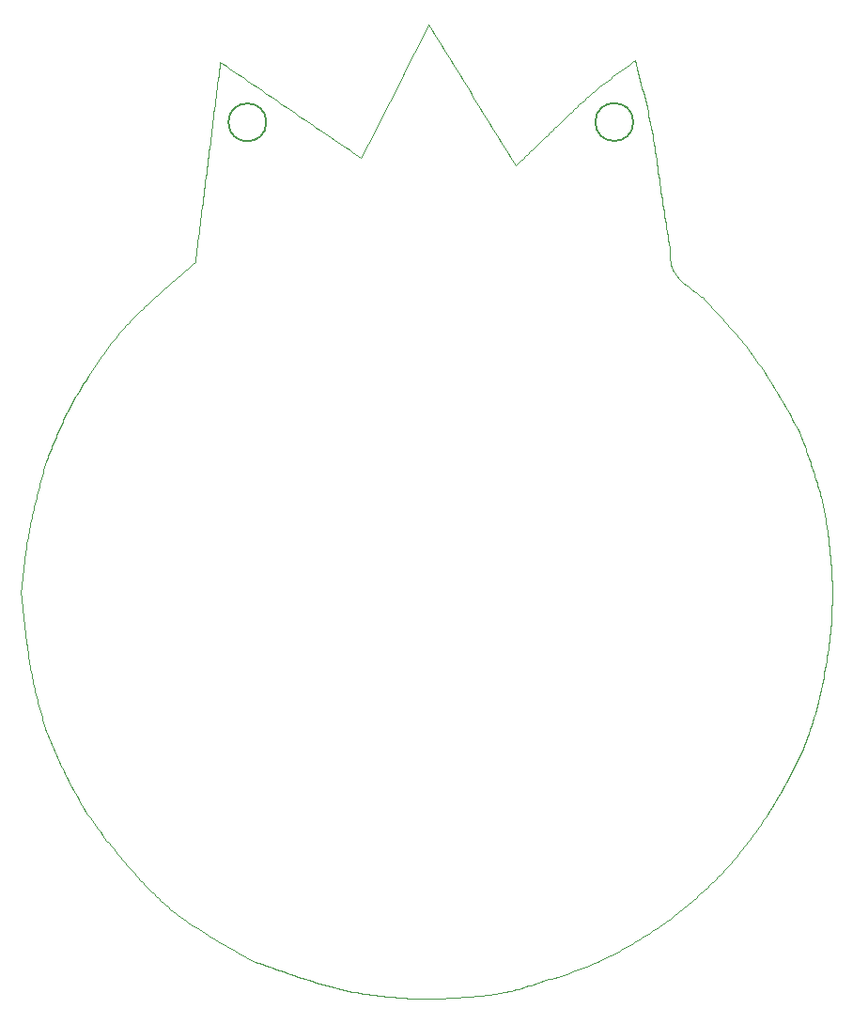
<source format=gm1>
%TF.GenerationSoftware,KiCad,Pcbnew,4.0.7*%
%TF.CreationDate,2018-04-25T10:22:37+02:00*%
%TF.ProjectId,001,3030312E6B696361645F706362000000,rev?*%
%TF.FileFunction,Profile,NP*%
%FSLAX46Y46*%
G04 Gerber Fmt 4.6, Leading zero omitted, Abs format (unit mm)*
G04 Created by KiCad (PCBNEW 4.0.7) date 04/25/18 10:22:37*
%MOMM*%
%LPD*%
G01*
G04 APERTURE LIST*
%ADD10C,0.100000*%
%ADD11C,0.152400*%
G04 APERTURE END LIST*
D10*
D11*
X121569699Y-62153800D02*
G75*
G03X121569699Y-62153800I-1707099J0D01*
G01*
X154640499Y-62128400D02*
G75*
G03X154640499Y-62128400I-1707099J0D01*
G01*
D10*
X116401525Y-64786061D02*
X116449326Y-64402071D01*
X116640493Y-62866106D02*
X116688291Y-62482115D01*
X151135043Y-59348714D02*
X151369706Y-59153944D01*
X150902180Y-59545621D02*
X151135043Y-59348714D01*
X150671133Y-59744685D02*
X150902180Y-59545621D01*
X119839200Y-58378180D02*
X120109576Y-58562164D01*
X116018521Y-67857907D02*
X116066484Y-67473937D01*
X118487321Y-57458262D02*
X118757696Y-57642246D01*
X116353716Y-65170050D02*
X116401525Y-64786061D01*
X139864613Y-59286899D02*
X140030998Y-59557275D01*
X139698228Y-59016523D02*
X139864613Y-59286899D01*
X139531843Y-58746147D02*
X139698228Y-59016523D01*
X156493380Y-64051284D02*
X156550257Y-64412461D01*
X156434642Y-63690481D02*
X156493380Y-64051284D01*
X156373800Y-63330102D02*
X156434642Y-63690481D01*
X171007122Y-94065141D02*
X171073243Y-94272915D01*
X170940248Y-93857618D02*
X171007122Y-94065141D01*
X170872747Y-93650330D02*
X170940248Y-93857618D01*
X170804739Y-93443256D02*
X170872747Y-93650330D01*
X170736289Y-93236383D02*
X170804739Y-93443256D01*
X170667425Y-93029696D02*
X170736289Y-93236383D01*
X116975206Y-60178189D02*
X117023042Y-59794203D01*
X148339337Y-138979225D02*
X148081475Y-139064148D01*
X148596750Y-138893119D02*
X148339337Y-138979225D01*
X148853647Y-138805660D02*
X148596750Y-138893119D01*
X149109964Y-138716679D02*
X148853647Y-138805660D01*
X149365638Y-138626008D02*
X149109964Y-138716679D01*
X149620604Y-138533477D02*
X149365638Y-138626008D01*
X149874797Y-138438918D02*
X149620604Y-138533477D01*
X150128153Y-138342160D02*
X149874797Y-138438918D01*
X150380607Y-138243036D02*
X150128153Y-138342160D01*
X150632096Y-138141377D02*
X150380607Y-138243036D01*
X150882576Y-138037097D02*
X150632096Y-138141377D01*
X151132033Y-137930237D02*
X150882576Y-138037097D01*
X151380459Y-137820849D02*
X151132033Y-137930237D01*
X131927722Y-61785877D02*
X132057311Y-61529899D01*
X131798134Y-62041854D02*
X131927722Y-61785877D01*
X156310611Y-62970195D02*
X156373800Y-63330102D01*
X156244830Y-62610811D02*
X156310611Y-62970195D01*
X156176216Y-62251999D02*
X156244830Y-62610811D01*
X135037844Y-55642424D02*
X135167432Y-55386447D01*
X134908255Y-55898401D02*
X135037844Y-55642424D01*
X170598178Y-92823183D02*
X170667425Y-93029696D01*
X170528577Y-92616830D02*
X170598178Y-92823183D01*
X170458651Y-92410623D02*
X170528577Y-92616830D01*
X170388430Y-92204550D02*
X170458651Y-92410623D01*
X170317943Y-91998597D02*
X170388430Y-92204550D01*
X170247221Y-91792750D02*
X170317943Y-91998597D01*
X157981121Y-74684342D02*
X158003353Y-74801709D01*
X157962456Y-74565548D02*
X157981121Y-74684342D01*
X157947002Y-74445470D02*
X157962456Y-74565548D01*
X157934401Y-74324251D02*
X157947002Y-74445470D01*
X171714798Y-96580338D02*
X171762044Y-96792576D01*
X171665285Y-96368574D02*
X171714798Y-96580338D01*
X171613632Y-96157265D02*
X171665285Y-96368574D01*
X171559964Y-95946392D02*
X171613632Y-96157265D01*
X171504408Y-95735938D02*
X171559964Y-95946392D01*
X171447090Y-95525883D02*
X171504408Y-95735938D01*
X150441780Y-59945758D02*
X150671133Y-59744685D01*
X150213988Y-60148679D02*
X150441780Y-59945758D01*
X149987624Y-60353290D02*
X150213988Y-60148679D01*
X158287759Y-75571656D02*
X158348970Y-75673180D01*
X158231490Y-75468000D02*
X158287759Y-75571656D01*
X158180514Y-75362146D02*
X158231490Y-75468000D01*
X158135093Y-75254054D02*
X158180514Y-75362146D01*
X156916738Y-66946992D02*
X156967491Y-67309372D01*
X156866071Y-66584589D02*
X156916738Y-66946992D01*
X156815248Y-66222213D02*
X156866071Y-66584589D01*
X156764024Y-65859912D02*
X156815248Y-66222213D01*
X126868973Y-63161754D02*
X127139349Y-63345737D01*
X126598597Y-62977770D02*
X126868973Y-63161754D01*
X99926823Y-108821789D02*
X99893509Y-108561485D01*
X99960895Y-109082026D02*
X99926823Y-108821789D01*
X99995810Y-109342171D02*
X99960895Y-109082026D01*
X100031656Y-109602198D02*
X99995810Y-109342171D01*
X100068520Y-109862081D02*
X100031656Y-109602198D01*
X100106490Y-110121792D02*
X100068520Y-109862081D01*
X100145653Y-110381305D02*
X100106490Y-110121792D01*
X100186097Y-110640594D02*
X100145653Y-110381305D01*
X100227910Y-110899633D02*
X100186097Y-110640594D01*
X100271179Y-111158393D02*
X100227910Y-110899633D01*
X100315992Y-111416850D02*
X100271179Y-111158393D01*
X100362437Y-111674977D02*
X100315992Y-111416850D01*
X100410601Y-111932746D02*
X100362437Y-111674977D01*
X100460571Y-112190132D02*
X100410601Y-111932746D01*
X100512436Y-112447108D02*
X100460571Y-112190132D01*
X100566283Y-112703648D02*
X100512436Y-112447108D01*
X100622188Y-112959727D02*
X100566283Y-112703648D01*
X100680099Y-113215355D02*
X100622188Y-112959727D01*
X100739885Y-113470562D02*
X100680099Y-113215355D01*
X100801410Y-113725378D02*
X100739885Y-113470562D01*
X100864541Y-113979833D02*
X100801410Y-113725378D01*
X100929145Y-114233957D02*
X100864541Y-113979833D01*
X100995086Y-114487780D02*
X100929145Y-114233957D01*
X101062233Y-114741332D02*
X100995086Y-114487780D01*
X101130450Y-114994643D02*
X101062233Y-114741332D01*
X101199605Y-115247744D02*
X101130450Y-114994643D01*
X101269562Y-115500664D02*
X101199605Y-115247744D01*
X101340189Y-115753434D02*
X101269562Y-115500664D01*
X101411350Y-116006083D02*
X101340189Y-115753434D01*
X101482914Y-116258642D02*
X101411350Y-116006083D01*
X101554745Y-116511141D02*
X101482914Y-116258642D01*
X101626710Y-116763610D02*
X101554745Y-116511141D01*
X101750834Y-117059992D02*
X101626710Y-116763610D01*
X101875124Y-117356298D02*
X101750834Y-117059992D01*
X101999745Y-117652453D02*
X101875124Y-117356298D01*
X102124863Y-117948382D02*
X101999745Y-117652453D01*
X102250644Y-118244009D02*
X102124863Y-117948382D01*
X102377254Y-118539260D02*
X102250644Y-118244009D01*
X102504857Y-118834057D02*
X102377254Y-118539260D01*
X102633621Y-119128327D02*
X102504857Y-118834057D01*
X102763711Y-119421993D02*
X102633621Y-119128327D01*
X102895291Y-119714981D02*
X102763711Y-119421993D01*
X103028529Y-120007214D02*
X102895291Y-119714981D01*
X103163589Y-120298618D02*
X103028529Y-120007214D01*
X103300638Y-120589117D02*
X103163589Y-120298618D01*
X103439841Y-120878635D02*
X103300638Y-120589117D01*
X103581364Y-121167097D02*
X103439841Y-120878635D01*
X103725372Y-121454428D02*
X103581364Y-121167097D01*
X103871975Y-121740556D02*
X103725372Y-121454428D01*
X104021201Y-122025415D02*
X103871975Y-121740556D01*
X104173070Y-122308940D02*
X104021201Y-122025415D01*
X104327602Y-122591065D02*
X104173070Y-122308940D01*
X104484819Y-122871725D02*
X104327602Y-122591065D01*
X104644738Y-123150854D02*
X104484819Y-122871725D01*
X104807382Y-123428387D02*
X104644738Y-123150854D01*
X104972770Y-123704259D02*
X104807382Y-123428387D01*
X105140922Y-123978404D02*
X104972770Y-123704259D01*
X105311858Y-124250756D02*
X105140922Y-123978404D01*
X105485599Y-124521251D02*
X105311858Y-124250756D01*
X105662165Y-124789822D02*
X105485599Y-124521251D01*
X105841575Y-125056405D02*
X105662165Y-124789822D01*
X106023851Y-125320933D02*
X105841575Y-125056405D01*
X106209012Y-125583342D02*
X106023851Y-125320933D01*
X106397070Y-125843575D02*
X106209012Y-125583342D01*
X138866302Y-57664644D02*
X139032688Y-57935019D01*
X138699917Y-57394268D02*
X138866302Y-57664644D01*
X138533532Y-57123892D02*
X138699917Y-57394268D01*
X119979546Y-137549296D02*
X119729025Y-137405960D01*
X120230096Y-137692564D02*
X119979546Y-137549296D01*
X120550180Y-137807482D02*
X120230096Y-137692564D01*
X120870307Y-137922294D02*
X120550180Y-137807482D01*
X121190517Y-138036894D02*
X120870307Y-137922294D01*
X121510853Y-138151176D02*
X121190517Y-138036894D01*
X121831358Y-138265034D02*
X121510853Y-138151176D01*
X122152072Y-138378362D02*
X121831358Y-138265034D01*
X122473038Y-138491054D02*
X122152072Y-138378362D01*
X122794298Y-138603004D02*
X122473038Y-138491054D01*
X123115894Y-138714106D02*
X122794298Y-138603004D01*
X123437868Y-138824254D02*
X123115894Y-138714106D01*
X123760262Y-138933341D02*
X123437868Y-138824254D01*
X124083118Y-139041263D02*
X123760262Y-138933341D01*
X124406478Y-139147912D02*
X124083118Y-139041263D01*
X124730384Y-139253183D02*
X124406478Y-139147912D01*
X125054877Y-139356970D02*
X124730384Y-139253183D01*
X125380000Y-139459167D02*
X125054877Y-139356970D01*
X125705779Y-139559639D02*
X125380000Y-139459167D01*
X126032217Y-139658206D02*
X125705779Y-139559639D01*
X126359312Y-139754686D02*
X126032217Y-139658206D01*
X126687065Y-139848896D02*
X126359312Y-139754686D01*
X127015476Y-139940653D02*
X126687065Y-139848896D01*
X127344544Y-140029775D02*
X127015476Y-139940653D01*
X127674270Y-140116077D02*
X127344544Y-140029775D01*
X128004654Y-140199377D02*
X127674270Y-140116077D01*
X128335695Y-140279493D02*
X128004654Y-140199377D01*
X128667394Y-140356241D02*
X128335695Y-140279493D01*
X128999749Y-140429438D02*
X128667394Y-140356241D01*
X129332762Y-140498901D02*
X128999749Y-140429438D01*
X129666432Y-140564448D02*
X129332762Y-140498901D01*
X130000759Y-140625895D02*
X129666432Y-140564448D01*
X130335743Y-140683060D02*
X130000759Y-140625895D01*
X130671382Y-140735782D02*
X130335743Y-140683060D01*
X131007649Y-140784171D02*
X130671382Y-140735782D01*
X131344504Y-140828513D02*
X131007649Y-140784171D01*
X131681903Y-140869097D02*
X131344504Y-140828513D01*
X132019806Y-140906212D02*
X131681903Y-140869097D01*
X132358170Y-140940148D02*
X132019806Y-140906212D01*
X132696954Y-140971192D02*
X132358170Y-140940148D01*
X133036115Y-140999636D02*
X132696954Y-140971192D01*
X133375611Y-141025766D02*
X133036115Y-140999636D01*
X133715401Y-141049873D02*
X133375611Y-141025766D01*
X134055443Y-141072246D02*
X133715401Y-141049873D01*
X134395694Y-141093173D02*
X134055443Y-141072246D01*
X134736113Y-141112944D02*
X134395694Y-141093173D01*
X135076658Y-141131848D02*
X134736113Y-141112944D01*
X135417286Y-141150173D02*
X135076658Y-141131848D01*
X135757957Y-141168210D02*
X135417286Y-141150173D01*
X135990330Y-141158846D02*
X135757957Y-141168210D01*
X136222706Y-141149433D02*
X135990330Y-141158846D01*
X136455087Y-141139922D02*
X136222706Y-141149433D01*
X136687475Y-141130263D02*
X136455087Y-141139922D01*
X136919875Y-141120408D02*
X136687475Y-141130263D01*
X137152287Y-141110306D02*
X136919875Y-141120408D01*
X137384715Y-141099910D02*
X137152287Y-141110306D01*
X137617161Y-141089169D02*
X137384715Y-141099910D01*
X137849629Y-141078034D02*
X137617161Y-141089169D01*
X138082119Y-141066457D02*
X137849629Y-141078034D01*
X138314636Y-141054388D02*
X138082119Y-141066457D01*
X131409369Y-62809785D02*
X131538957Y-62553808D01*
X131279780Y-63065762D02*
X131409369Y-62809785D01*
X117166568Y-58642248D02*
X117214415Y-58258264D01*
X129572732Y-65001590D02*
X129843108Y-65185573D01*
X129302356Y-64817606D02*
X129572732Y-65001590D01*
X167369568Y-86075077D02*
X167538254Y-86354463D01*
X167198639Y-85796989D02*
X167369568Y-86075077D01*
X167025378Y-85520265D02*
X167198639Y-85796989D01*
X166849787Y-85244943D02*
X167025378Y-85520265D01*
X166671874Y-84971057D02*
X166849787Y-85244943D01*
X117118723Y-59026233D02*
X117166568Y-58642248D01*
X163517676Y-80811376D02*
X163730891Y-81058329D01*
X163302771Y-80565879D02*
X163517676Y-80811376D01*
X163086317Y-80321717D02*
X163302771Y-80565879D01*
X162868453Y-80078769D02*
X163086317Y-80321717D01*
X162649322Y-79836914D02*
X162868453Y-80078769D01*
X171388136Y-95316210D02*
X171447090Y-95525883D01*
X171327673Y-95106899D02*
X171388136Y-95316210D01*
X171265826Y-94897933D02*
X171327673Y-95106899D01*
X171202721Y-94689292D02*
X171265826Y-94897933D01*
X171138484Y-94480959D02*
X171202721Y-94689292D01*
X171073243Y-94272915D02*
X171138484Y-94480959D01*
X120920704Y-59114115D02*
X121191080Y-59298098D01*
X118216945Y-57274279D02*
X118487321Y-57458262D01*
X159622659Y-76984942D02*
X159717207Y-77061384D01*
X159528426Y-76907463D02*
X159622659Y-76984942D01*
X159434532Y-76828868D02*
X159528426Y-76907463D01*
X159341002Y-76749076D02*
X159434532Y-76828868D01*
X134519490Y-56666333D02*
X134649079Y-56410356D01*
X134389902Y-56922310D02*
X134519490Y-56666333D01*
X115246800Y-74000883D02*
X115295184Y-73616966D01*
X164818517Y-127223469D02*
X164650525Y-127442846D01*
X164984847Y-127002806D02*
X164818517Y-127223469D01*
X165149654Y-126780963D02*
X164984847Y-127002806D01*
X165313077Y-126558049D02*
X165149654Y-126780963D01*
X165475254Y-126334169D02*
X165313077Y-126558049D01*
X165636323Y-126109432D02*
X165475254Y-126334169D01*
X165796423Y-125883945D02*
X165636323Y-126109432D01*
X165955692Y-125657814D02*
X165796423Y-125883945D01*
X172405462Y-101403633D02*
X172421018Y-101570571D01*
X172389429Y-101236726D02*
X172405462Y-101403633D01*
X172372987Y-101069846D02*
X172389429Y-101236726D01*
X172356204Y-100902987D02*
X172372987Y-101069846D01*
X172339148Y-100736147D02*
X172356204Y-100902987D01*
X172321887Y-100569319D02*
X172339148Y-100736147D01*
X135556198Y-54618515D02*
X135685786Y-54362538D01*
X135426609Y-54874493D02*
X135556198Y-54618515D01*
X116258055Y-65938023D02*
X116305893Y-65554037D01*
X155346442Y-58692906D02*
X155438279Y-59047025D01*
X155253382Y-58339035D02*
X155346442Y-58692906D01*
X155159305Y-57985369D02*
X155253382Y-58339035D01*
X117946569Y-57090295D02*
X118216945Y-57274279D01*
X170176291Y-91586997D02*
X170247221Y-91792750D01*
X170105185Y-91381324D02*
X170176291Y-91586997D01*
X170033931Y-91175718D02*
X170105185Y-91381324D01*
X169962560Y-90970165D02*
X170033931Y-91175718D01*
X169891099Y-90764652D02*
X169962560Y-90970165D01*
X169819580Y-90559166D02*
X169891099Y-90764652D01*
X166114269Y-125431148D02*
X165955692Y-125657814D01*
X166272292Y-125204052D02*
X166114269Y-125431148D01*
X166429900Y-124976635D02*
X166272292Y-125204052D01*
X166587231Y-124749004D02*
X166429900Y-124976635D01*
X166744423Y-124521265D02*
X166587231Y-124749004D01*
X166938036Y-124201148D02*
X166744423Y-124521265D01*
X167131334Y-123880875D02*
X166938036Y-124201148D01*
X167324002Y-123560290D02*
X167131334Y-123880875D01*
X158886282Y-76329659D02*
X158974372Y-76416491D01*
X158800322Y-76241221D02*
X158886282Y-76329659D01*
X158716844Y-76151111D02*
X158800322Y-76241221D01*
X158636197Y-76059263D02*
X158716844Y-76151111D01*
X151627843Y-137708986D02*
X151380459Y-137820849D01*
X151874175Y-137594700D02*
X151627843Y-137708986D01*
X152119446Y-137478043D02*
X151874175Y-137594700D01*
X152363646Y-137359067D02*
X152119446Y-137478043D01*
X152606764Y-137237825D02*
X152363646Y-137359067D01*
X152848792Y-137114369D02*
X152606764Y-137237825D01*
X153089720Y-136988751D02*
X152848792Y-137114369D01*
X153329536Y-136861024D02*
X153089720Y-136988751D01*
X153568233Y-136731240D02*
X153329536Y-136861024D01*
X153805799Y-136599451D02*
X153568233Y-136731240D01*
X154042225Y-136465709D02*
X153805799Y-136599451D01*
X154277502Y-136330066D02*
X154042225Y-136465709D01*
X154511623Y-136192580D02*
X154277502Y-136330066D01*
X162429064Y-79596030D02*
X162649322Y-79836914D01*
X162207820Y-79355995D02*
X162429064Y-79596030D01*
X161985731Y-79116689D02*
X162207820Y-79355995D01*
X161762937Y-78877990D02*
X161985731Y-79116689D01*
X161539580Y-78639776D02*
X161762937Y-78877990D01*
X167515725Y-123239239D02*
X167324002Y-123560290D01*
X167706188Y-122917565D02*
X167515725Y-123239239D01*
X167895076Y-122595113D02*
X167706188Y-122917565D01*
X168082073Y-122271727D02*
X167895076Y-122595113D01*
X168266865Y-121947252D02*
X168082073Y-122271727D01*
X168449137Y-121621532D02*
X168266865Y-121947252D01*
X168628573Y-121294410D02*
X168449137Y-121621532D01*
X155872005Y-60822763D02*
X155952232Y-61179229D01*
X155789334Y-60466792D02*
X155872005Y-60822763D01*
X155704422Y-60111274D02*
X155789334Y-60466792D01*
X101781483Y-92568402D02*
X101849650Y-92397425D01*
X101713355Y-92739393D02*
X101781483Y-92568402D01*
X101643634Y-92988328D02*
X101713355Y-92739393D01*
X101573988Y-93237283D02*
X101643634Y-92988328D01*
X101504494Y-93486279D02*
X101573988Y-93237283D01*
X101435225Y-93735336D02*
X101504494Y-93486279D01*
X101366259Y-93984473D02*
X101435225Y-93735336D01*
X101297670Y-94233712D02*
X101366259Y-93984473D01*
X101229533Y-94483071D02*
X101297670Y-94233712D01*
X101161925Y-94732573D02*
X101229533Y-94483071D01*
X101094920Y-94982236D02*
X101161925Y-94732573D01*
X101028595Y-95232081D02*
X101094920Y-94982236D01*
X100963024Y-95482128D02*
X101028595Y-95232081D01*
X100898283Y-95732398D02*
X100963024Y-95482128D01*
X100834448Y-95982911D02*
X100898283Y-95732398D01*
X100771593Y-96233686D02*
X100834448Y-95982911D01*
X100709795Y-96484745D02*
X100771593Y-96233686D01*
X100649129Y-96736106D02*
X100709795Y-96484745D01*
X100589655Y-96987781D02*
X100649129Y-96736106D01*
X100531412Y-97239766D02*
X100589655Y-96987781D01*
X100474439Y-97492054D02*
X100531412Y-97239766D01*
X100418774Y-97744642D02*
X100474439Y-97492054D01*
X100364454Y-97997524D02*
X100418774Y-97744642D01*
X100311517Y-98250694D02*
X100364454Y-97997524D01*
X100260001Y-98504149D02*
X100311517Y-98250694D01*
X100209944Y-98757882D02*
X100260001Y-98504149D01*
X100161384Y-99011889D02*
X100209944Y-98757882D01*
X100114358Y-99266164D02*
X100161384Y-99011889D01*
X100068905Y-99520702D02*
X100114358Y-99266164D01*
X100025062Y-99775498D02*
X100068905Y-99520702D01*
X99982867Y-100030548D02*
X100025062Y-99775498D01*
X99942359Y-100285845D02*
X99982867Y-100030548D01*
X99903574Y-100541385D02*
X99942359Y-100285845D01*
X99866542Y-100797162D02*
X99903574Y-100541385D01*
X99831206Y-101053165D02*
X99866542Y-100797162D01*
X99797452Y-101309379D02*
X99831206Y-101053165D01*
X99765169Y-101565788D02*
X99797452Y-101309379D01*
X99734242Y-101822378D02*
X99765169Y-101565788D01*
X99704559Y-102079133D02*
X99734242Y-101822378D01*
X99676006Y-102336039D02*
X99704559Y-102079133D01*
X99648471Y-102593080D02*
X99676006Y-102336039D01*
X99621840Y-102850242D02*
X99648471Y-102593080D01*
X99596001Y-103107509D02*
X99621840Y-102850242D01*
X99570841Y-103364866D02*
X99596001Y-103107509D01*
X99546245Y-103622298D02*
X99570841Y-103364866D01*
X99522102Y-103879791D02*
X99546245Y-103622298D01*
X99498298Y-104137329D02*
X99522102Y-103879791D01*
X99474720Y-104394897D02*
X99498298Y-104137329D01*
X99451255Y-104652480D02*
X99474720Y-104394897D01*
X99479009Y-104913214D02*
X99451255Y-104652480D01*
X99506808Y-105173945D02*
X99479009Y-104913214D01*
X99534701Y-105434669D02*
X99506808Y-105173945D01*
X99562733Y-105695381D02*
X99534701Y-105434669D01*
X99590950Y-105956080D02*
X99562733Y-105695381D01*
X99619398Y-106216760D02*
X99590950Y-105956080D01*
X99648125Y-106477419D02*
X99619398Y-106216760D01*
X99677176Y-106738053D02*
X99648125Y-106477419D01*
X99706598Y-106998658D02*
X99677176Y-106738053D01*
X99736437Y-107259231D02*
X99706598Y-106998658D01*
X99766739Y-107519768D02*
X99736437Y-107259231D01*
X99797551Y-107780266D02*
X99766739Y-107519768D01*
X99828919Y-108040720D02*
X99797551Y-107780266D01*
X99860889Y-108301128D02*
X99828919Y-108040720D01*
X99893509Y-108561485D02*
X99860889Y-108301128D01*
X108748953Y-80660469D02*
X108950674Y-80438861D01*
X108550126Y-80884516D02*
X108748953Y-80660469D01*
X108354367Y-81111127D02*
X108550126Y-80884516D01*
X108161836Y-81340412D02*
X108354367Y-81111127D01*
X107972474Y-81572315D02*
X108161836Y-81340412D01*
X107786073Y-81806663D02*
X107972474Y-81572315D01*
X107602420Y-82043281D02*
X107786073Y-81806663D01*
X107421304Y-82281995D02*
X107602420Y-82043281D01*
X107242515Y-82522631D02*
X107421304Y-82281995D01*
X107065840Y-82765013D02*
X107242515Y-82522631D01*
X106891068Y-83008966D02*
X107065840Y-82765013D01*
X106717988Y-83254317D02*
X106891068Y-83008966D01*
X106546388Y-83500890D02*
X106717988Y-83254317D01*
X106376057Y-83748512D02*
X106546388Y-83500890D01*
X106206783Y-83997006D02*
X106376057Y-83748512D01*
X106038354Y-84246199D02*
X106206783Y-83997006D01*
X105870561Y-84495917D02*
X106038354Y-84246199D01*
X105703190Y-84745983D02*
X105870561Y-84495917D01*
X105536030Y-84996224D02*
X105703190Y-84745983D01*
X105437855Y-85152157D02*
X105536030Y-84996224D01*
X105339764Y-85308137D02*
X105437855Y-85152157D01*
X105241839Y-85464210D02*
X105339764Y-85308137D01*
X105144165Y-85620422D02*
X105241839Y-85464210D01*
X105046825Y-85776819D02*
X105144165Y-85620422D01*
X104949902Y-85933449D02*
X105046825Y-85776819D01*
X104853480Y-86090357D02*
X104949902Y-85933449D01*
X104757642Y-86247590D02*
X104853480Y-86090357D01*
X104662472Y-86405194D02*
X104757642Y-86247590D01*
X104568053Y-86563216D02*
X104662472Y-86405194D01*
X104474468Y-86721702D02*
X104568053Y-86563216D01*
X104381802Y-86880699D02*
X104474468Y-86721702D01*
X104290137Y-87040252D02*
X104381802Y-86880699D01*
X104199557Y-87200409D02*
X104290137Y-87040252D01*
X104110145Y-87361216D02*
X104199557Y-87200409D01*
X104021985Y-87522719D02*
X104110145Y-87361216D01*
X103935113Y-87684935D02*
X104021985Y-87522719D01*
X103849492Y-87847838D02*
X103935113Y-87684935D01*
X103765076Y-88011396D02*
X103849492Y-87847838D01*
X103681823Y-88175578D02*
X103765076Y-88011396D01*
X103599685Y-88340352D02*
X103681823Y-88175578D01*
X103518620Y-88505685D02*
X103599685Y-88340352D01*
X103438582Y-88671548D02*
X103518620Y-88505685D01*
X103359526Y-88837907D02*
X103438582Y-88671548D01*
X103281409Y-89004732D02*
X103359526Y-88837907D01*
X103204184Y-89171991D02*
X103281409Y-89004732D01*
X103127809Y-89339652D02*
X103204184Y-89171991D01*
X103052237Y-89507684D02*
X103127809Y-89339652D01*
X102977424Y-89676054D02*
X103052237Y-89507684D01*
X102903326Y-89844733D02*
X102977424Y-89676054D01*
X102829897Y-90013687D02*
X102903326Y-89844733D01*
X102757094Y-90182886D02*
X102829897Y-90013687D01*
X102684875Y-90352309D02*
X102757094Y-90182886D01*
X102613202Y-90521941D02*
X102684875Y-90352309D01*
X102542035Y-90691768D02*
X102613202Y-90521941D01*
X102471336Y-90861774D02*
X102542035Y-90691768D01*
X102401065Y-91031944D02*
X102471336Y-90861774D01*
X102331184Y-91202263D02*
X102401065Y-91031944D01*
X102261653Y-91372717D02*
X102331184Y-91202263D01*
X102192434Y-91543290D02*
X102261653Y-91372717D01*
X102123488Y-91713968D02*
X102192434Y-91543290D01*
X102054775Y-91884735D02*
X102123488Y-91713968D01*
X101986257Y-92055577D02*
X102054775Y-91884735D01*
X101917895Y-92226479D02*
X101986257Y-92055577D01*
X101849650Y-92397425D02*
X101917895Y-92226479D01*
X106587917Y-126101694D02*
X106397070Y-125843575D01*
X106781369Y-126357838D02*
X106587917Y-126101694D01*
X106977241Y-126612147D02*
X106781369Y-126357838D01*
X107175346Y-126864764D02*
X106977241Y-126612147D01*
X107375498Y-127115830D02*
X107175346Y-126864764D01*
X107577511Y-127365484D02*
X107375498Y-127115830D01*
X107781199Y-127613869D02*
X107577511Y-127365484D01*
X107986375Y-127861126D02*
X107781199Y-127613869D01*
X108192854Y-128107395D02*
X107986375Y-127861126D01*
X108400450Y-128352817D02*
X108192854Y-128107395D01*
X108608976Y-128597534D02*
X108400450Y-128352817D01*
X108818247Y-128841687D02*
X108608976Y-128597534D01*
X109028076Y-129085417D02*
X108818247Y-128841687D01*
X109238277Y-129328864D02*
X109028076Y-129085417D01*
X109448664Y-129572171D02*
X109238277Y-129328864D01*
X109643020Y-129787544D02*
X109448664Y-129572171D01*
X109837575Y-130002690D02*
X109643020Y-129787544D01*
X110032530Y-130217381D02*
X109837575Y-130002690D01*
X110228083Y-130431391D02*
X110032530Y-130217381D01*
X110424435Y-130644491D02*
X110228083Y-130431391D01*
X110621786Y-130856455D02*
X110424435Y-130644491D01*
X110820335Y-131067055D02*
X110621786Y-130856455D01*
X111020281Y-131276065D02*
X110820335Y-131067055D01*
X111221824Y-131483256D02*
X111020281Y-131276065D01*
X111425165Y-131688402D02*
X111221824Y-131483256D01*
X111630502Y-131891274D02*
X111425165Y-131688402D01*
X111838036Y-132091647D02*
X111630502Y-131891274D01*
X112047965Y-132289293D02*
X111838036Y-132091647D01*
X112260490Y-132483984D02*
X112047965Y-132289293D01*
X112475811Y-132675493D02*
X112260490Y-132483984D01*
X112694124Y-132863595D02*
X112475811Y-132675493D01*
X112915487Y-133048213D02*
X112694124Y-132863595D01*
X113139747Y-133229488D02*
X112915487Y-133048213D01*
X113366736Y-133407579D02*
X113139747Y-133229488D01*
X113596282Y-133582649D02*
X113366736Y-133407579D01*
X113828216Y-133754856D02*
X113596282Y-133582649D01*
X114062367Y-133924362D02*
X113828216Y-133754856D01*
X114298566Y-134091326D02*
X114062367Y-133924362D01*
X114536643Y-134255908D02*
X114298566Y-134091326D01*
X114776428Y-134418270D02*
X114536643Y-134255908D01*
X115017751Y-134578571D02*
X114776428Y-134418270D01*
X115260441Y-134736971D02*
X115017751Y-134578571D01*
X115504329Y-134893631D02*
X115260441Y-134736971D01*
X115749245Y-135048712D02*
X115504329Y-134893631D01*
X115995019Y-135202373D02*
X115749245Y-135048712D01*
X116241480Y-135354774D02*
X115995019Y-135202373D01*
X116488467Y-135506072D02*
X116241480Y-135354774D01*
X116735901Y-135656365D02*
X116488467Y-135506072D01*
X116983749Y-135805722D02*
X116735901Y-135656365D01*
X117231984Y-135954209D02*
X116983749Y-135805722D01*
X117480575Y-136101893D02*
X117231984Y-135954209D01*
X117729492Y-136248841D02*
X117480575Y-136101893D01*
X117978707Y-136395120D02*
X117729492Y-136248841D01*
X118228188Y-136540797D02*
X117978707Y-136395120D01*
X118477907Y-136685939D02*
X118228188Y-136540797D01*
X118727834Y-136830612D02*
X118477907Y-136685939D01*
X118977939Y-136974884D02*
X118727834Y-136830612D01*
X119228192Y-137118821D02*
X118977939Y-136974884D01*
X119478564Y-137262491D02*
X119228192Y-137118821D01*
X119729025Y-137405960D02*
X119478564Y-137262491D01*
X141362079Y-61720281D02*
X141528464Y-61990657D01*
X141195694Y-61449906D02*
X141362079Y-61720281D01*
X141029309Y-61179530D02*
X141195694Y-61449906D01*
X117676193Y-56906312D02*
X117946569Y-57090295D01*
X115295184Y-73616966D02*
X115343560Y-73233048D01*
X156712157Y-65497737D02*
X156764024Y-65859912D01*
X156659402Y-65135737D02*
X156712157Y-65497737D01*
X156605516Y-64773962D02*
X156659402Y-65135737D01*
X156550257Y-64412461D02*
X156605516Y-64773962D01*
X116449326Y-64402071D02*
X116497119Y-64018080D01*
X147773325Y-62457131D02*
X147992711Y-62244421D01*
X147553907Y-62669770D02*
X147773325Y-62457131D01*
X147334331Y-62882190D02*
X147553907Y-62669770D01*
X117310114Y-57490296D02*
X117357965Y-57106312D01*
X145129818Y-64994578D02*
X145350787Y-64784038D01*
X144908782Y-65205029D02*
X145129818Y-64994578D01*
X144687694Y-65415408D02*
X144908782Y-65205029D01*
X115150019Y-74768716D02*
X115150019Y-74768716D01*
X115150019Y-74768716D02*
X115150019Y-74768716D01*
X114922459Y-74963829D02*
X115150019Y-74768716D01*
X114694935Y-75158993D02*
X114922459Y-74963829D01*
X114467480Y-75354258D02*
X114694935Y-75158993D01*
X114240132Y-75549674D02*
X114467480Y-75354258D01*
X114012924Y-75745291D02*
X114240132Y-75549674D01*
X113785891Y-75941160D02*
X114012924Y-75745291D01*
X113559070Y-76137331D02*
X113785891Y-75941160D01*
X113332495Y-76333855D02*
X113559070Y-76137331D01*
X113106202Y-76530782D02*
X113332495Y-76333855D01*
X112880225Y-76728163D02*
X113106202Y-76530782D01*
X112654600Y-76926047D02*
X112880225Y-76728163D01*
X112429362Y-77124485D02*
X112654600Y-76926047D01*
X112204546Y-77323528D02*
X112429362Y-77124485D01*
X111980187Y-77523226D02*
X112204546Y-77323528D01*
X111756321Y-77723629D02*
X111980187Y-77523226D01*
X111532983Y-77924788D02*
X111756321Y-77723629D01*
X111310259Y-78126780D02*
X111532983Y-77924788D01*
X111088319Y-78329726D02*
X111310259Y-78126780D01*
X110867338Y-78533748D02*
X111088319Y-78329726D01*
X110647492Y-78738972D02*
X110867338Y-78533748D01*
X110428956Y-78945520D02*
X110647492Y-78738972D01*
X110211907Y-79153517D02*
X110428956Y-78945520D01*
X109996520Y-79363087D02*
X110211907Y-79153517D01*
X109782971Y-79574353D02*
X109996520Y-79363087D01*
X109571436Y-79787440D02*
X109782971Y-79574353D01*
X109362091Y-80002471D02*
X109571436Y-79787440D01*
X109155112Y-80219570D02*
X109362091Y-80002471D01*
X108950674Y-80438861D02*
X109155112Y-80219570D01*
X121191080Y-59298098D02*
X121461455Y-59482082D01*
X142859545Y-64153664D02*
X143025931Y-64424040D01*
X142693160Y-63883288D02*
X142859545Y-64153664D01*
X142526775Y-63612912D02*
X142693160Y-63883288D01*
X143857857Y-65775919D02*
X144024242Y-66046295D01*
X143691471Y-65505543D02*
X143857857Y-65775919D01*
X143525086Y-65235167D02*
X143691471Y-65505543D01*
X119568824Y-58194197D02*
X119839200Y-58378180D01*
X115681747Y-70545566D02*
X115729964Y-70161628D01*
X115585228Y-71313431D02*
X115633500Y-70929500D01*
X116066484Y-67473937D02*
X116114416Y-67089963D01*
X157255536Y-134439498D02*
X157029867Y-134590299D01*
X157480982Y-134288347D02*
X157255536Y-134439498D01*
X157706280Y-134136962D02*
X157480982Y-134288347D01*
X157931504Y-133985461D02*
X157706280Y-134136962D01*
X158145702Y-133810553D02*
X157931504Y-133985461D01*
X158359806Y-133635538D02*
X158145702Y-133810553D01*
X158573721Y-133460305D02*
X158359806Y-133635538D01*
X158787355Y-133284748D02*
X158573721Y-133460305D01*
X159000613Y-133108758D02*
X158787355Y-133284748D01*
X159213400Y-132932227D02*
X159000613Y-133108758D01*
X137036066Y-54690509D02*
X137202451Y-54960885D01*
X136869680Y-54420133D02*
X137036066Y-54690509D01*
X136703295Y-54149758D02*
X136869680Y-54420133D01*
X129031980Y-64633623D02*
X129302356Y-64817606D01*
X128761605Y-64449639D02*
X129031980Y-64633623D01*
X116305893Y-65554037D02*
X116353716Y-65170050D01*
X115874415Y-69009789D02*
X115922489Y-68625833D01*
X158558736Y-75965612D02*
X158636197Y-76059263D01*
X158484810Y-75870092D02*
X158558736Y-75965612D01*
X158414770Y-75772636D02*
X158484810Y-75870092D01*
X158348970Y-75673180D02*
X158414770Y-75772636D01*
X115391925Y-72849129D02*
X115440277Y-72465208D01*
X158095023Y-75143821D02*
X158135093Y-75254054D01*
X158059947Y-75031591D02*
X158095023Y-75143821D01*
X158029510Y-74917506D02*
X158059947Y-75031591D01*
X158003353Y-74801709D02*
X158029510Y-74917506D01*
X171490096Y-113620743D02*
X171406309Y-113984841D01*
X171569989Y-113255947D02*
X171490096Y-113620743D01*
X171646247Y-112890502D02*
X171569989Y-113255947D01*
X171719128Y-112524453D02*
X171646247Y-112890502D01*
X171788893Y-112157847D02*
X171719128Y-112524453D01*
X171855802Y-111790731D02*
X171788893Y-112157847D01*
X171920113Y-111423150D02*
X171855802Y-111790731D01*
X117405817Y-56722328D02*
X117676193Y-56906312D01*
X153297448Y-57655691D02*
X153542920Y-57473759D01*
X153052698Y-57838480D02*
X153297448Y-57655691D01*
X152808787Y-58022267D02*
X153052698Y-57838480D01*
X144971342Y-140050647D02*
X144748006Y-140116849D01*
X145194366Y-139982998D02*
X144971342Y-140050647D01*
X145417121Y-139914109D02*
X145194366Y-139982998D01*
X145639652Y-139844187D02*
X145417121Y-139914109D01*
X145862005Y-139773439D02*
X145639652Y-139844187D01*
X146084224Y-139702070D02*
X145862005Y-139773439D01*
X146306353Y-139630288D02*
X146084224Y-139702070D01*
X146528438Y-139558300D02*
X146306353Y-139630288D01*
X146787653Y-139476928D02*
X146528438Y-139558300D01*
X147046804Y-139395386D02*
X146787653Y-139476928D01*
X147305825Y-139313506D02*
X147046804Y-139395386D01*
X147564654Y-139231119D02*
X147305825Y-139313506D01*
X147823225Y-139148056D02*
X147564654Y-139231119D01*
X148081475Y-139064148D02*
X147823225Y-139148056D01*
X171964606Y-97860669D02*
X171999362Y-98075466D01*
X171928138Y-97646223D02*
X171964606Y-97860669D01*
X171889804Y-97432159D02*
X171928138Y-97646223D01*
X171849447Y-97218508D02*
X171889804Y-97432159D01*
X171806911Y-97005304D02*
X171849447Y-97218508D01*
X171762044Y-96792576D02*
X171806911Y-97005304D01*
X172480032Y-107097373D02*
X172471226Y-107264779D01*
X172488589Y-106929954D02*
X172480032Y-107097373D01*
X172496855Y-106762520D02*
X172488589Y-106929954D01*
X172504788Y-106595070D02*
X172496855Y-106762520D01*
X172512346Y-106427600D02*
X172504788Y-106595070D01*
X172519488Y-106260108D02*
X172512346Y-106427600D01*
X172526173Y-106092593D02*
X172519488Y-106260108D01*
X169924972Y-118608896D02*
X169778921Y-118952370D01*
X170066216Y-118263239D02*
X169924972Y-118608896D01*
X170202709Y-117915508D02*
X170066216Y-118263239D01*
X170334506Y-117565813D02*
X170202709Y-117915508D01*
X170461661Y-117214262D02*
X170334506Y-117565813D01*
X170584231Y-116860965D02*
X170461661Y-117214262D01*
X170702270Y-116506032D02*
X170584231Y-116860965D01*
X137867991Y-56042388D02*
X138034377Y-56312764D01*
X137701606Y-55772013D02*
X137867991Y-56042388D01*
X137535221Y-55501637D02*
X137701606Y-55772013D01*
X131668545Y-62297831D02*
X131798134Y-62041854D01*
X131538957Y-62553808D02*
X131668545Y-62297831D01*
X138367147Y-56853516D02*
X138533532Y-57123892D01*
X138200762Y-56583140D02*
X138367147Y-56853516D01*
X138034377Y-56312764D02*
X138200762Y-56583140D01*
X142360390Y-63342537D02*
X142526775Y-63612912D01*
X142194005Y-63072161D02*
X142360390Y-63342537D01*
X142027620Y-62801785D02*
X142194005Y-63072161D01*
X116927374Y-60562175D02*
X116975206Y-60178189D01*
X161315801Y-78401927D02*
X161539580Y-78639776D01*
X161091739Y-78164320D02*
X161315801Y-78401927D01*
X160867537Y-77926835D02*
X161091739Y-78164320D01*
X160771099Y-77856615D02*
X160867537Y-77926835D01*
X160674684Y-77786316D02*
X160771099Y-77856615D01*
X147114557Y-63094342D02*
X147334331Y-62882190D01*
X146894597Y-63306244D02*
X147114557Y-63094342D01*
X146674464Y-63517912D02*
X146894597Y-63306244D01*
X126328221Y-62793787D02*
X126598597Y-62977770D01*
X126057846Y-62609803D02*
X126328221Y-62793787D01*
X120109576Y-58562164D02*
X120379952Y-58746148D01*
X116688291Y-62482115D02*
X116736096Y-62098126D01*
X135815375Y-54106561D02*
X135944963Y-53850584D01*
X135685786Y-54362538D02*
X135815375Y-54106561D01*
X141861235Y-62531409D02*
X142027620Y-62801785D01*
X141694850Y-62261033D02*
X141861235Y-62531409D01*
X141528464Y-61990657D02*
X141694850Y-62261033D01*
X134778667Y-56154378D02*
X134908255Y-55898401D01*
X134649079Y-56410356D02*
X134778667Y-56154378D01*
X157122474Y-68395919D02*
X157175314Y-68757851D01*
X157070214Y-68033864D02*
X157122474Y-68395919D01*
X157018573Y-67671678D02*
X157070214Y-68033864D01*
X156967491Y-67309372D02*
X157018573Y-67671678D01*
X170815833Y-116149570D02*
X170702270Y-116506032D01*
X170924975Y-115791691D02*
X170815833Y-116149570D01*
X171029752Y-115432502D02*
X170924975Y-115791691D01*
X171130219Y-115072113D02*
X171029752Y-115432502D01*
X171226431Y-114710634D02*
X171130219Y-115072113D01*
X171318442Y-114348174D02*
X171226431Y-114710634D01*
X171406309Y-113984841D02*
X171318442Y-114348174D01*
X119298448Y-58010213D02*
X119568824Y-58194197D01*
X117023042Y-59794203D02*
X117070881Y-59410218D01*
X115922489Y-68625833D02*
X115970524Y-68241872D01*
X132705253Y-60250014D02*
X132834841Y-59994036D01*
X132575664Y-60505991D02*
X132705253Y-60250014D01*
X122002207Y-59850049D02*
X122272583Y-60034033D01*
X115343560Y-73233048D02*
X115391925Y-72849129D01*
X116879547Y-60946162D02*
X116927374Y-60562175D01*
X149093796Y-61185428D02*
X149315775Y-60975659D01*
X148872582Y-61396087D02*
X149093796Y-61185428D01*
X148651999Y-61607475D02*
X148872582Y-61396087D01*
X130631838Y-64345648D02*
X130761426Y-64089671D01*
X130502249Y-64601625D02*
X130631838Y-64345648D01*
X117262264Y-57874280D02*
X117310114Y-57490296D01*
X148431915Y-61819434D02*
X148651999Y-61607475D01*
X148212196Y-62031802D02*
X148431915Y-61819434D01*
X147992711Y-62244421D02*
X148212196Y-62031802D01*
X130891015Y-63833694D02*
X131020603Y-63577717D01*
X130761426Y-64089671D02*
X130891015Y-63833694D01*
X157924298Y-74202033D02*
X157934401Y-74324251D01*
X157916336Y-74078958D02*
X157924298Y-74202033D01*
X157910157Y-73955171D02*
X157916336Y-74078958D01*
X157905406Y-73830812D02*
X157910157Y-73955171D01*
X163418924Y-128934908D02*
X163234806Y-129141383D01*
X163601067Y-128726750D02*
X163418924Y-128934908D01*
X163781189Y-128516910D02*
X163601067Y-128726750D01*
X163959248Y-128305389D02*
X163781189Y-128516910D01*
X164135198Y-128092188D02*
X163959248Y-128305389D01*
X164309003Y-127877313D02*
X164135198Y-128092188D01*
X164480733Y-127660830D02*
X164309003Y-127877313D01*
X164650525Y-127442846D02*
X164480733Y-127660830D01*
X136536910Y-53879382D02*
X136703295Y-54149758D01*
X136370525Y-53609006D02*
X136536910Y-53879382D01*
X154035544Y-57111891D02*
X154282456Y-56931670D01*
X153788992Y-57292539D02*
X154035544Y-57111891D01*
X153542920Y-57473759D02*
X153788992Y-57292539D01*
X154744632Y-136053341D02*
X154511623Y-136192580D01*
X154976604Y-135912468D02*
X154744632Y-136053341D01*
X155207611Y-135770076D02*
X154976604Y-135912468D01*
X155437729Y-135626283D02*
X155207611Y-135770076D01*
X155667031Y-135481205D02*
X155437729Y-135626283D01*
X155895592Y-135334959D02*
X155667031Y-135481205D01*
X156123485Y-135187662D02*
X155895592Y-135334959D01*
X156350785Y-135039431D02*
X156123485Y-135187662D01*
X156577566Y-134890382D02*
X156350785Y-135039431D01*
X156803902Y-134740632D02*
X156577566Y-134890382D01*
X157029867Y-134590299D02*
X156803902Y-134740632D01*
X125246718Y-62057852D02*
X125517094Y-62241836D01*
X124976342Y-61873869D02*
X125246718Y-62057852D01*
X127409725Y-63529721D02*
X127680101Y-63713705D01*
X127139349Y-63345737D02*
X127409725Y-63529721D01*
X118757696Y-57642246D02*
X119028072Y-57826229D01*
X127950477Y-63897688D02*
X128220853Y-64081672D01*
X127680101Y-63713705D02*
X127950477Y-63897688D01*
X115198411Y-74384800D02*
X115246800Y-74000883D01*
X123624463Y-60953951D02*
X123894838Y-61137934D01*
X123354087Y-60769967D02*
X123624463Y-60953951D01*
X157782970Y-72733472D02*
X157839537Y-73094610D01*
X157726487Y-72372316D02*
X157782970Y-72733472D01*
X157670127Y-72011134D02*
X157726487Y-72372316D01*
X157613933Y-71649917D02*
X157670127Y-72011134D01*
X157557946Y-71288655D02*
X157613933Y-71649917D01*
X157502208Y-70927341D02*
X157557946Y-71288655D01*
X157446759Y-70565965D02*
X157502208Y-70927341D01*
X157391642Y-70204518D02*
X157446759Y-70565965D01*
X157336897Y-69842993D02*
X157391642Y-70204518D01*
X157282567Y-69481378D02*
X157336897Y-69842993D01*
X157228692Y-69119667D02*
X157282567Y-69481378D01*
X157175314Y-68757851D02*
X157228692Y-69119667D01*
X135297021Y-55130470D02*
X135426609Y-54874493D01*
X135167432Y-55386447D02*
X135297021Y-55130470D01*
X143358701Y-64964792D02*
X143525086Y-65235167D01*
X143192316Y-64694416D02*
X143358701Y-64964792D01*
X143025931Y-64424040D02*
X143192316Y-64694416D01*
X116497119Y-64018080D02*
X116544910Y-63634088D01*
X154776882Y-56571941D02*
X154872997Y-56925195D01*
X154529609Y-56751734D02*
X154776882Y-56571941D01*
X154282456Y-56931670D02*
X154529609Y-56751734D01*
X168804859Y-120965733D02*
X168628573Y-121294410D01*
X168977680Y-120635343D02*
X168804859Y-120965733D01*
X169146720Y-120303085D02*
X168977680Y-120635343D01*
X169311664Y-119968804D02*
X169146720Y-120303085D01*
X169472198Y-119632344D02*
X169311664Y-119968804D01*
X169628009Y-119293551D02*
X169472198Y-119632344D01*
X169778921Y-118952370D02*
X169628009Y-119293551D01*
X160098065Y-77358376D02*
X160193825Y-77430829D01*
X160002499Y-77285285D02*
X160098065Y-77358376D01*
X159907151Y-77211475D02*
X160002499Y-77285285D01*
X159812046Y-77136868D02*
X159907151Y-77211475D01*
X159717207Y-77061384D02*
X159812046Y-77136868D01*
X144466565Y-65625734D02*
X144687694Y-65415408D01*
X144245410Y-65836023D02*
X144466565Y-65625734D01*
X144024242Y-66046295D02*
X144245410Y-65836023D01*
X156104539Y-61893805D02*
X156176216Y-62251999D01*
X156029811Y-61536229D02*
X156104539Y-61893805D01*
X155952232Y-61179229D02*
X156029811Y-61536229D01*
X146454172Y-63729366D02*
X146674464Y-63517912D01*
X146233734Y-63940623D02*
X146454172Y-63729366D01*
X146013163Y-64151700D02*
X146233734Y-63940623D01*
X157901724Y-73706026D02*
X157905406Y-73830812D01*
X157898756Y-73580954D02*
X157901724Y-73706026D01*
X157896145Y-73455739D02*
X157898756Y-73580954D01*
X157839537Y-73094610D02*
X157896145Y-73455739D01*
X130372661Y-64857603D02*
X130502249Y-64601625D01*
X130243072Y-65113580D02*
X130372661Y-64857603D01*
X145792473Y-64362617D02*
X146013163Y-64151700D01*
X145571676Y-64573390D02*
X145792473Y-64362617D01*
X145350787Y-64784038D02*
X145571676Y-64573390D01*
X116114416Y-67089963D02*
X116162319Y-66705986D01*
X120379952Y-58746148D02*
X120650328Y-58930131D01*
X159425624Y-132755046D02*
X159213400Y-132932227D01*
X159637189Y-132577108D02*
X159425624Y-132755046D01*
X159848002Y-132398303D02*
X159637189Y-132577108D01*
X160057969Y-132218524D02*
X159848002Y-132398303D01*
X160266996Y-132037663D02*
X160057969Y-132218524D01*
X160474989Y-131855611D02*
X160266996Y-132037663D01*
X160681853Y-131672259D02*
X160474989Y-131855611D01*
X160887496Y-131487501D02*
X160681853Y-131672259D01*
X161091822Y-131301227D02*
X160887496Y-131487501D01*
X161294738Y-131113329D02*
X161091822Y-131301227D01*
X155064412Y-57631868D02*
X155159305Y-57985369D01*
X154968908Y-57278490D02*
X155064412Y-57631868D01*
X154872997Y-56925195D02*
X154968908Y-57278490D01*
X168193553Y-87483255D02*
X168353264Y-87767833D01*
X168032346Y-87199543D02*
X168193553Y-87483255D01*
X167869494Y-86916782D02*
X168032346Y-87199543D01*
X167704846Y-86635060D02*
X167869494Y-86916782D01*
X167538254Y-86354463D02*
X167704846Y-86635060D01*
X115150019Y-74768716D02*
X115198411Y-74384800D01*
X151843956Y-58770252D02*
X152083302Y-58581045D01*
X151606050Y-58961171D02*
X151843956Y-58770252D01*
X151369706Y-59153944D02*
X151606050Y-58961171D01*
X172558390Y-104751492D02*
X172556751Y-104919207D01*
X172559264Y-104583771D02*
X172558390Y-104751492D01*
X172559345Y-104416052D02*
X172559264Y-104583771D01*
X172558608Y-104248342D02*
X172559345Y-104416052D01*
X172557026Y-104080645D02*
X172558608Y-104248342D01*
X172554573Y-103912970D02*
X172557026Y-104080645D01*
X172551223Y-103745322D02*
X172554573Y-103912970D01*
X134260313Y-57178287D02*
X134389902Y-56922310D01*
X134130725Y-57434265D02*
X134260313Y-57178287D01*
X132964429Y-59738059D02*
X133094018Y-59482082D01*
X132834841Y-59994036D02*
X132964429Y-59738059D01*
X119028072Y-57826229D02*
X119298448Y-58010213D01*
X140862924Y-60909154D02*
X141029309Y-61179530D01*
X140696539Y-60638778D02*
X140862924Y-60909154D01*
X140530154Y-60368402D02*
X140696539Y-60638778D01*
X120650328Y-58930131D02*
X120920704Y-59114115D01*
X172152917Y-99153587D02*
X172180672Y-99369816D01*
X172124385Y-98937517D02*
X172152917Y-99153587D01*
X172094918Y-98721638D02*
X172124385Y-98937517D01*
X172064363Y-98505982D02*
X172094918Y-98721638D01*
X172032563Y-98290581D02*
X172064363Y-98505982D01*
X171999362Y-98075466D02*
X172032563Y-98290581D01*
X134001137Y-57690242D02*
X134130725Y-57434265D01*
X133871548Y-57946219D02*
X134001137Y-57690242D01*
X121461455Y-59482082D02*
X121731831Y-59666066D01*
X132446076Y-60761968D02*
X132575664Y-60505991D01*
X132316487Y-61017945D02*
X132446076Y-60761968D01*
X128491229Y-64265656D02*
X128761605Y-64449639D01*
X128220853Y-64081672D02*
X128491229Y-64265656D01*
X116783908Y-61714137D02*
X116831725Y-61330149D01*
X132186899Y-61273922D02*
X132316487Y-61017945D01*
X132057311Y-61529899D02*
X132186899Y-61273922D01*
X149762556Y-60559430D02*
X149987624Y-60353290D01*
X149538650Y-60766940D02*
X149762556Y-60559430D01*
X149315775Y-60975659D02*
X149538650Y-60766940D01*
X141798196Y-140761207D02*
X141567373Y-140791741D01*
X142028573Y-140728287D02*
X141798196Y-140761207D01*
X142258458Y-140692821D02*
X142028573Y-140728287D01*
X142487804Y-140654656D02*
X142258458Y-140692821D01*
X142716563Y-140613632D02*
X142487804Y-140654656D01*
X142944688Y-140569595D02*
X142716563Y-140613632D01*
X143172136Y-140522401D02*
X142944688Y-140569595D01*
X143398914Y-140472111D02*
X143172136Y-140522401D01*
X143625067Y-140418928D02*
X143398914Y-140472111D01*
X143850638Y-140363059D02*
X143625067Y-140418928D01*
X144075673Y-140304709D02*
X143850638Y-140363059D01*
X144300216Y-140244087D02*
X144075673Y-140304709D01*
X144524312Y-140181398D02*
X144300216Y-140244087D01*
X144748006Y-140116849D02*
X144524312Y-140181398D01*
X116592700Y-63250097D02*
X116640493Y-62866106D01*
X123083711Y-60585984D02*
X123354087Y-60769967D01*
X122813335Y-60402000D02*
X123083711Y-60585984D01*
X116736096Y-62098126D02*
X116783908Y-61714137D01*
X115488613Y-72081285D02*
X115536931Y-71697359D01*
X124165214Y-61321918D02*
X124435590Y-61505901D01*
X123894838Y-61137934D02*
X124165214Y-61321918D01*
X121731831Y-59666066D02*
X122002207Y-59850049D01*
X169748031Y-90353693D02*
X169819580Y-90559166D01*
X169595051Y-90065221D02*
X169748031Y-90353693D01*
X169441922Y-89776836D02*
X169595051Y-90065221D01*
X169288494Y-89488624D02*
X169441922Y-89776836D01*
X169134617Y-89200672D02*
X169288494Y-89488624D01*
X125787470Y-62425819D02*
X126057846Y-62609803D01*
X125517094Y-62241836D02*
X125787470Y-62425819D01*
X115729964Y-70161628D02*
X115778150Y-69777686D01*
X159247907Y-76668010D02*
X159341002Y-76749076D01*
X159155536Y-76585601D02*
X159247907Y-76668010D01*
X159064241Y-76501783D02*
X159155536Y-76585601D01*
X158974372Y-76416491D02*
X159064241Y-76501783D01*
X116162319Y-66705986D02*
X116210198Y-66322006D01*
X115970524Y-68241872D02*
X116018521Y-67857907D01*
X136204140Y-53338630D02*
X136370525Y-53609006D01*
X136074552Y-53594607D02*
X136204140Y-53338630D01*
X135944963Y-53850584D02*
X136074552Y-53594607D01*
X117070881Y-59410218D02*
X117118723Y-59026233D01*
X116210198Y-66322006D02*
X116258055Y-65938023D01*
X115440277Y-72465208D02*
X115488613Y-72081285D01*
X138547182Y-141041778D02*
X138314636Y-141054388D01*
X138779759Y-141028578D02*
X138547182Y-141041778D01*
X139012370Y-141014738D02*
X138779759Y-141028578D01*
X139245018Y-141000210D02*
X139012370Y-141014738D01*
X139477704Y-140984943D02*
X139245018Y-141000210D01*
X139710414Y-140968850D02*
X139477704Y-140984943D01*
X139943103Y-140951778D02*
X139710414Y-140968850D01*
X140175723Y-140933572D02*
X139943103Y-140951778D01*
X140408228Y-140914075D02*
X140175723Y-140933572D01*
X140640571Y-140893130D02*
X140408228Y-140914075D01*
X140872703Y-140870581D02*
X140640571Y-140893130D01*
X141104579Y-140846271D02*
X140872703Y-140870581D01*
X141336152Y-140820043D02*
X141104579Y-140846271D01*
X141567373Y-140791741D02*
X141336152Y-140820043D01*
X172489248Y-102405882D02*
X172500507Y-102573100D01*
X172477102Y-102238723D02*
X172489248Y-102405882D01*
X172464138Y-102071616D02*
X172477102Y-102238723D01*
X172450424Y-101904558D02*
X172464138Y-102071616D01*
X172436028Y-101737545D02*
X172450424Y-101904558D01*
X172421018Y-101570571D02*
X172436028Y-101737545D01*
X152565838Y-58207195D02*
X152808787Y-58022267D01*
X152323970Y-58393407D02*
X152565838Y-58207195D01*
X152083302Y-58581045D02*
X152323970Y-58393407D01*
X130113484Y-65369557D02*
X130243072Y-65113580D01*
X129843108Y-65185573D02*
X130113484Y-65369557D01*
X165556127Y-83359856D02*
X165747788Y-83624392D01*
X165362206Y-83097000D02*
X165556127Y-83359856D01*
X165166031Y-82835860D02*
X165362206Y-83097000D01*
X164967614Y-82576469D02*
X165166031Y-82835860D01*
X164766961Y-82318862D02*
X164967614Y-82576469D01*
X160578319Y-77715857D02*
X160674684Y-77786316D01*
X160482025Y-77645158D02*
X160578319Y-77715857D01*
X160385829Y-77574141D02*
X160482025Y-77645158D01*
X160289754Y-77502724D02*
X160385829Y-77574141D01*
X160193825Y-77430829D02*
X160289754Y-77502724D01*
X139365458Y-58475771D02*
X139531843Y-58746147D01*
X139199073Y-58205395D02*
X139365458Y-58475771D01*
X139032688Y-57935019D02*
X139199073Y-58205395D01*
X164564082Y-82063075D02*
X164766961Y-82318862D01*
X164358985Y-81809143D02*
X164564082Y-82063075D01*
X164151686Y-81557092D02*
X164358985Y-81809143D01*
X163942275Y-81306861D02*
X164151686Y-81557092D01*
X163730891Y-81058329D02*
X163942275Y-81306861D01*
X172372280Y-108471361D02*
X172319395Y-108840985D01*
X172424905Y-108101691D02*
X172372280Y-108471361D01*
X172434336Y-107934317D02*
X172424905Y-108101691D01*
X172443724Y-107766941D02*
X172434336Y-107934317D01*
X172453030Y-107599561D02*
X172443724Y-107766941D01*
X172462211Y-107432174D02*
X172453030Y-107599561D01*
X172471226Y-107264779D02*
X172462211Y-107432174D01*
X122542959Y-60218016D02*
X122813335Y-60402000D01*
X122272583Y-60034033D02*
X122542959Y-60218016D01*
X161496170Y-130923743D02*
X161294738Y-131113329D01*
X161696070Y-130732463D02*
X161496170Y-130923743D01*
X161894394Y-130539491D02*
X161696070Y-130732463D01*
X162091097Y-130344827D02*
X161894394Y-130539491D01*
X162286136Y-130148473D02*
X162091097Y-130344827D01*
X162479466Y-129950429D02*
X162286136Y-130148473D01*
X162671042Y-129750698D02*
X162479466Y-129950429D01*
X162860820Y-129549279D02*
X162671042Y-129750698D01*
X163048756Y-129346173D02*
X162860820Y-129549279D01*
X163234806Y-129141383D02*
X163048756Y-129346173D01*
X131150192Y-63321739D02*
X131279780Y-63065762D01*
X131020603Y-63577717D02*
X131150192Y-63321739D01*
X133223606Y-59226105D02*
X133353195Y-58970128D01*
X133094018Y-59482082D02*
X133223606Y-59226105D01*
X168980141Y-88913066D02*
X169134617Y-89200672D01*
X168824918Y-88625892D02*
X168980141Y-88913066D01*
X168668797Y-88339238D02*
X168824918Y-88625892D01*
X168511629Y-88053189D02*
X168668797Y-88339238D01*
X168353264Y-87767833D02*
X168511629Y-88053189D01*
X172304490Y-100402501D02*
X172321887Y-100569319D01*
X172287025Y-100235687D02*
X172304490Y-100402501D01*
X172260826Y-100019140D02*
X172287025Y-100235687D01*
X172234471Y-99802624D02*
X172260826Y-100019140D01*
X172207805Y-99586172D02*
X172234471Y-99802624D01*
X172180672Y-99369816D02*
X172207805Y-99586172D01*
X171982088Y-111055151D02*
X171920113Y-111423150D01*
X172041985Y-110686781D02*
X171982088Y-111055151D01*
X172100064Y-110318086D02*
X172041985Y-110686781D01*
X172156584Y-109949112D02*
X172100064Y-110318086D01*
X172211807Y-109579907D02*
X172156584Y-109949112D01*
X172265990Y-109210515D02*
X172211807Y-109579907D01*
X172319395Y-108840985D02*
X172265990Y-109210515D01*
X166491648Y-84698642D02*
X166671874Y-84971057D01*
X166309118Y-84427734D02*
X166491648Y-84698642D01*
X166124292Y-84158366D02*
X166309118Y-84427734D01*
X165937179Y-83890574D02*
X166124292Y-84158366D01*
X165747788Y-83624392D02*
X165937179Y-83890574D01*
X117357965Y-57106312D02*
X117405817Y-56722328D01*
X172546950Y-103577708D02*
X172551223Y-103745322D01*
X172541726Y-103410135D02*
X172546950Y-103577708D01*
X172535527Y-103242609D02*
X172541726Y-103410135D01*
X172528324Y-103075137D02*
X172535527Y-103242609D01*
X172520094Y-102907725D02*
X172528324Y-103075137D01*
X172510811Y-102740379D02*
X172520094Y-102907725D01*
X172500507Y-102573100D02*
X172510811Y-102740379D01*
X124705966Y-61689885D02*
X124976342Y-61873869D01*
X124435590Y-61505901D02*
X124705966Y-61689885D01*
X155617473Y-59756168D02*
X155704422Y-60111274D01*
X155528691Y-59401431D02*
X155617473Y-59756168D01*
X155438279Y-59047025D02*
X155528691Y-59401431D01*
X140363769Y-60098026D02*
X140530154Y-60368402D01*
X140197384Y-59827650D02*
X140363769Y-60098026D01*
X140030998Y-59557275D02*
X140197384Y-59827650D01*
X117214415Y-58258264D02*
X117262264Y-57874280D01*
X116831725Y-61330149D02*
X116879547Y-60946162D01*
X172532359Y-105925053D02*
X172526173Y-106092593D01*
X172538003Y-105757485D02*
X172532359Y-105925053D01*
X172543065Y-105589887D02*
X172538003Y-105757485D01*
X172547503Y-105422257D02*
X172543065Y-105589887D01*
X172551282Y-105254596D02*
X172547503Y-105422257D01*
X172554373Y-105086910D02*
X172551282Y-105254596D01*
X172556751Y-104919207D02*
X172554373Y-105086910D01*
X133482783Y-58714151D02*
X133612371Y-58458173D01*
X133353195Y-58970128D02*
X133482783Y-58714151D01*
X137368836Y-55231261D02*
X137535221Y-55501637D01*
X137202451Y-54960885D02*
X137368836Y-55231261D01*
X115778150Y-69777686D02*
X115826301Y-69393740D01*
X116544910Y-63634088D02*
X116592700Y-63250097D01*
X115826301Y-69393740D02*
X115874415Y-69009789D01*
X115536931Y-71697359D02*
X115585228Y-71313431D01*
X133741960Y-58202196D02*
X133871548Y-57946219D01*
X133612371Y-58458173D02*
X133741960Y-58202196D01*
X115633500Y-70929500D02*
X115681747Y-70545566D01*
M02*

</source>
